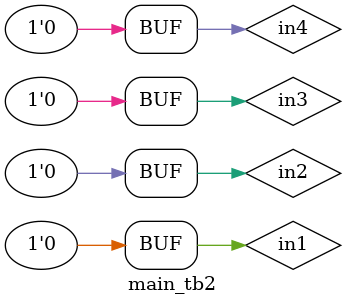
<source format=v>
module main_tb2;

reg in1,in2,in3,in4;
wire [3:0] count;
wire mo1,mo2,mo3,mo4;

initial
begin
in1=0;
in2=0;
in3=0;
in4=0;
end

main m1(in1,in2,in3,in4,count,mo1,mo2,mo3,mo4);


initial
begin
$dumpfile("main2.vcd");
$dumpvars(0,main_tb2);
end

initial
begin
#17
in1=1;
in2=0;
in3=0;
in4=0;
#7
in1=0;
end


initial
begin
#50
in1=1;
in2=0;
in3=0;
in4=0;
#4
in1=0;
end

initial
begin
#84
in1=0;
in2=0;
in3=1;
in4=0;
#3
in3=0;
#2 
in3=1;
#2
in3=0;
#1
in3=1;
#1 
in3=0;
end

endmodule


</source>
